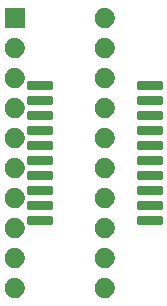
<source format=gbr>
G04 #@! TF.GenerationSoftware,KiCad,Pcbnew,(5.1.5)-3*
G04 #@! TF.CreationDate,2020-06-23T05:32:50-04:00*
G04 #@! TF.ProjectId,dip20soic,64697032-3073-46f6-9963-2e6b69636164,rev?*
G04 #@! TF.SameCoordinates,Original*
G04 #@! TF.FileFunction,Soldermask,Top*
G04 #@! TF.FilePolarity,Negative*
%FSLAX46Y46*%
G04 Gerber Fmt 4.6, Leading zero omitted, Abs format (unit mm)*
G04 Created by KiCad (PCBNEW (5.1.5)-3) date 2020-06-23 05:32:50*
%MOMM*%
%LPD*%
G04 APERTURE LIST*
%ADD10C,0.100000*%
G04 APERTURE END LIST*
D10*
G36*
X114548228Y-93161703D02*
G01*
X114703100Y-93225853D01*
X114842481Y-93318985D01*
X114961015Y-93437519D01*
X115054147Y-93576900D01*
X115118297Y-93731772D01*
X115151000Y-93896184D01*
X115151000Y-94063816D01*
X115118297Y-94228228D01*
X115054147Y-94383100D01*
X114961015Y-94522481D01*
X114842481Y-94641015D01*
X114703100Y-94734147D01*
X114548228Y-94798297D01*
X114383816Y-94831000D01*
X114216184Y-94831000D01*
X114051772Y-94798297D01*
X113896900Y-94734147D01*
X113757519Y-94641015D01*
X113638985Y-94522481D01*
X113545853Y-94383100D01*
X113481703Y-94228228D01*
X113449000Y-94063816D01*
X113449000Y-93896184D01*
X113481703Y-93731772D01*
X113545853Y-93576900D01*
X113638985Y-93437519D01*
X113757519Y-93318985D01*
X113896900Y-93225853D01*
X114051772Y-93161703D01*
X114216184Y-93129000D01*
X114383816Y-93129000D01*
X114548228Y-93161703D01*
G37*
G36*
X106928228Y-93161703D02*
G01*
X107083100Y-93225853D01*
X107222481Y-93318985D01*
X107341015Y-93437519D01*
X107434147Y-93576900D01*
X107498297Y-93731772D01*
X107531000Y-93896184D01*
X107531000Y-94063816D01*
X107498297Y-94228228D01*
X107434147Y-94383100D01*
X107341015Y-94522481D01*
X107222481Y-94641015D01*
X107083100Y-94734147D01*
X106928228Y-94798297D01*
X106763816Y-94831000D01*
X106596184Y-94831000D01*
X106431772Y-94798297D01*
X106276900Y-94734147D01*
X106137519Y-94641015D01*
X106018985Y-94522481D01*
X105925853Y-94383100D01*
X105861703Y-94228228D01*
X105829000Y-94063816D01*
X105829000Y-93896184D01*
X105861703Y-93731772D01*
X105925853Y-93576900D01*
X106018985Y-93437519D01*
X106137519Y-93318985D01*
X106276900Y-93225853D01*
X106431772Y-93161703D01*
X106596184Y-93129000D01*
X106763816Y-93129000D01*
X106928228Y-93161703D01*
G37*
G36*
X106928228Y-90621703D02*
G01*
X107083100Y-90685853D01*
X107222481Y-90778985D01*
X107341015Y-90897519D01*
X107434147Y-91036900D01*
X107498297Y-91191772D01*
X107531000Y-91356184D01*
X107531000Y-91523816D01*
X107498297Y-91688228D01*
X107434147Y-91843100D01*
X107341015Y-91982481D01*
X107222481Y-92101015D01*
X107083100Y-92194147D01*
X106928228Y-92258297D01*
X106763816Y-92291000D01*
X106596184Y-92291000D01*
X106431772Y-92258297D01*
X106276900Y-92194147D01*
X106137519Y-92101015D01*
X106018985Y-91982481D01*
X105925853Y-91843100D01*
X105861703Y-91688228D01*
X105829000Y-91523816D01*
X105829000Y-91356184D01*
X105861703Y-91191772D01*
X105925853Y-91036900D01*
X106018985Y-90897519D01*
X106137519Y-90778985D01*
X106276900Y-90685853D01*
X106431772Y-90621703D01*
X106596184Y-90589000D01*
X106763816Y-90589000D01*
X106928228Y-90621703D01*
G37*
G36*
X114548228Y-90621703D02*
G01*
X114703100Y-90685853D01*
X114842481Y-90778985D01*
X114961015Y-90897519D01*
X115054147Y-91036900D01*
X115118297Y-91191772D01*
X115151000Y-91356184D01*
X115151000Y-91523816D01*
X115118297Y-91688228D01*
X115054147Y-91843100D01*
X114961015Y-91982481D01*
X114842481Y-92101015D01*
X114703100Y-92194147D01*
X114548228Y-92258297D01*
X114383816Y-92291000D01*
X114216184Y-92291000D01*
X114051772Y-92258297D01*
X113896900Y-92194147D01*
X113757519Y-92101015D01*
X113638985Y-91982481D01*
X113545853Y-91843100D01*
X113481703Y-91688228D01*
X113449000Y-91523816D01*
X113449000Y-91356184D01*
X113481703Y-91191772D01*
X113545853Y-91036900D01*
X113638985Y-90897519D01*
X113757519Y-90778985D01*
X113896900Y-90685853D01*
X114051772Y-90621703D01*
X114216184Y-90589000D01*
X114383816Y-90589000D01*
X114548228Y-90621703D01*
G37*
G36*
X106928228Y-88081703D02*
G01*
X107083100Y-88145853D01*
X107222481Y-88238985D01*
X107341015Y-88357519D01*
X107434147Y-88496900D01*
X107498297Y-88651772D01*
X107531000Y-88816184D01*
X107531000Y-88983816D01*
X107498297Y-89148228D01*
X107434147Y-89303100D01*
X107341015Y-89442481D01*
X107222481Y-89561015D01*
X107083100Y-89654147D01*
X106928228Y-89718297D01*
X106763816Y-89751000D01*
X106596184Y-89751000D01*
X106431772Y-89718297D01*
X106276900Y-89654147D01*
X106137519Y-89561015D01*
X106018985Y-89442481D01*
X105925853Y-89303100D01*
X105861703Y-89148228D01*
X105829000Y-88983816D01*
X105829000Y-88816184D01*
X105861703Y-88651772D01*
X105925853Y-88496900D01*
X106018985Y-88357519D01*
X106137519Y-88238985D01*
X106276900Y-88145853D01*
X106431772Y-88081703D01*
X106596184Y-88049000D01*
X106763816Y-88049000D01*
X106928228Y-88081703D01*
G37*
G36*
X114548228Y-88081703D02*
G01*
X114703100Y-88145853D01*
X114842481Y-88238985D01*
X114961015Y-88357519D01*
X115054147Y-88496900D01*
X115118297Y-88651772D01*
X115151000Y-88816184D01*
X115151000Y-88983816D01*
X115118297Y-89148228D01*
X115054147Y-89303100D01*
X114961015Y-89442481D01*
X114842481Y-89561015D01*
X114703100Y-89654147D01*
X114548228Y-89718297D01*
X114383816Y-89751000D01*
X114216184Y-89751000D01*
X114051772Y-89718297D01*
X113896900Y-89654147D01*
X113757519Y-89561015D01*
X113638985Y-89442481D01*
X113545853Y-89303100D01*
X113481703Y-89148228D01*
X113449000Y-88983816D01*
X113449000Y-88816184D01*
X113481703Y-88651772D01*
X113545853Y-88496900D01*
X113638985Y-88357519D01*
X113757519Y-88238985D01*
X113896900Y-88145853D01*
X114051772Y-88081703D01*
X114216184Y-88049000D01*
X114383816Y-88049000D01*
X114548228Y-88081703D01*
G37*
G36*
X119123928Y-87916764D02*
G01*
X119145009Y-87923160D01*
X119164445Y-87933548D01*
X119181476Y-87947524D01*
X119195452Y-87964555D01*
X119205840Y-87983991D01*
X119212236Y-88005072D01*
X119215000Y-88033140D01*
X119215000Y-88496860D01*
X119212236Y-88524928D01*
X119205840Y-88546009D01*
X119195452Y-88565445D01*
X119181476Y-88582476D01*
X119164445Y-88596452D01*
X119145009Y-88606840D01*
X119123928Y-88613236D01*
X119095860Y-88616000D01*
X117182140Y-88616000D01*
X117154072Y-88613236D01*
X117132991Y-88606840D01*
X117113555Y-88596452D01*
X117096524Y-88582476D01*
X117082548Y-88565445D01*
X117072160Y-88546009D01*
X117065764Y-88524928D01*
X117063000Y-88496860D01*
X117063000Y-88033140D01*
X117065764Y-88005072D01*
X117072160Y-87983991D01*
X117082548Y-87964555D01*
X117096524Y-87947524D01*
X117113555Y-87933548D01*
X117132991Y-87923160D01*
X117154072Y-87916764D01*
X117182140Y-87914000D01*
X119095860Y-87914000D01*
X119123928Y-87916764D01*
G37*
G36*
X109823928Y-87916764D02*
G01*
X109845009Y-87923160D01*
X109864445Y-87933548D01*
X109881476Y-87947524D01*
X109895452Y-87964555D01*
X109905840Y-87983991D01*
X109912236Y-88005072D01*
X109915000Y-88033140D01*
X109915000Y-88496860D01*
X109912236Y-88524928D01*
X109905840Y-88546009D01*
X109895452Y-88565445D01*
X109881476Y-88582476D01*
X109864445Y-88596452D01*
X109845009Y-88606840D01*
X109823928Y-88613236D01*
X109795860Y-88616000D01*
X107882140Y-88616000D01*
X107854072Y-88613236D01*
X107832991Y-88606840D01*
X107813555Y-88596452D01*
X107796524Y-88582476D01*
X107782548Y-88565445D01*
X107772160Y-88546009D01*
X107765764Y-88524928D01*
X107763000Y-88496860D01*
X107763000Y-88033140D01*
X107765764Y-88005072D01*
X107772160Y-87983991D01*
X107782548Y-87964555D01*
X107796524Y-87947524D01*
X107813555Y-87933548D01*
X107832991Y-87923160D01*
X107854072Y-87916764D01*
X107882140Y-87914000D01*
X109795860Y-87914000D01*
X109823928Y-87916764D01*
G37*
G36*
X119123928Y-86646764D02*
G01*
X119145009Y-86653160D01*
X119164445Y-86663548D01*
X119181476Y-86677524D01*
X119195452Y-86694555D01*
X119205840Y-86713991D01*
X119212236Y-86735072D01*
X119215000Y-86763140D01*
X119215000Y-87226860D01*
X119212236Y-87254928D01*
X119205840Y-87276009D01*
X119195452Y-87295445D01*
X119181476Y-87312476D01*
X119164445Y-87326452D01*
X119145009Y-87336840D01*
X119123928Y-87343236D01*
X119095860Y-87346000D01*
X117182140Y-87346000D01*
X117154072Y-87343236D01*
X117132991Y-87336840D01*
X117113555Y-87326452D01*
X117096524Y-87312476D01*
X117082548Y-87295445D01*
X117072160Y-87276009D01*
X117065764Y-87254928D01*
X117063000Y-87226860D01*
X117063000Y-86763140D01*
X117065764Y-86735072D01*
X117072160Y-86713991D01*
X117082548Y-86694555D01*
X117096524Y-86677524D01*
X117113555Y-86663548D01*
X117132991Y-86653160D01*
X117154072Y-86646764D01*
X117182140Y-86644000D01*
X119095860Y-86644000D01*
X119123928Y-86646764D01*
G37*
G36*
X109823928Y-86646764D02*
G01*
X109845009Y-86653160D01*
X109864445Y-86663548D01*
X109881476Y-86677524D01*
X109895452Y-86694555D01*
X109905840Y-86713991D01*
X109912236Y-86735072D01*
X109915000Y-86763140D01*
X109915000Y-87226860D01*
X109912236Y-87254928D01*
X109905840Y-87276009D01*
X109895452Y-87295445D01*
X109881476Y-87312476D01*
X109864445Y-87326452D01*
X109845009Y-87336840D01*
X109823928Y-87343236D01*
X109795860Y-87346000D01*
X107882140Y-87346000D01*
X107854072Y-87343236D01*
X107832991Y-87336840D01*
X107813555Y-87326452D01*
X107796524Y-87312476D01*
X107782548Y-87295445D01*
X107772160Y-87276009D01*
X107765764Y-87254928D01*
X107763000Y-87226860D01*
X107763000Y-86763140D01*
X107765764Y-86735072D01*
X107772160Y-86713991D01*
X107782548Y-86694555D01*
X107796524Y-86677524D01*
X107813555Y-86663548D01*
X107832991Y-86653160D01*
X107854072Y-86646764D01*
X107882140Y-86644000D01*
X109795860Y-86644000D01*
X109823928Y-86646764D01*
G37*
G36*
X114548228Y-85541703D02*
G01*
X114703100Y-85605853D01*
X114842481Y-85698985D01*
X114961015Y-85817519D01*
X115054147Y-85956900D01*
X115118297Y-86111772D01*
X115151000Y-86276184D01*
X115151000Y-86443816D01*
X115118297Y-86608228D01*
X115054147Y-86763100D01*
X114961015Y-86902481D01*
X114842481Y-87021015D01*
X114703100Y-87114147D01*
X114548228Y-87178297D01*
X114383816Y-87211000D01*
X114216184Y-87211000D01*
X114051772Y-87178297D01*
X113896900Y-87114147D01*
X113757519Y-87021015D01*
X113638985Y-86902481D01*
X113545853Y-86763100D01*
X113481703Y-86608228D01*
X113449000Y-86443816D01*
X113449000Y-86276184D01*
X113481703Y-86111772D01*
X113545853Y-85956900D01*
X113638985Y-85817519D01*
X113757519Y-85698985D01*
X113896900Y-85605853D01*
X114051772Y-85541703D01*
X114216184Y-85509000D01*
X114383816Y-85509000D01*
X114548228Y-85541703D01*
G37*
G36*
X106928228Y-85541703D02*
G01*
X107083100Y-85605853D01*
X107222481Y-85698985D01*
X107341015Y-85817519D01*
X107434147Y-85956900D01*
X107498297Y-86111772D01*
X107531000Y-86276184D01*
X107531000Y-86443816D01*
X107498297Y-86608228D01*
X107434147Y-86763100D01*
X107341015Y-86902481D01*
X107222481Y-87021015D01*
X107083100Y-87114147D01*
X106928228Y-87178297D01*
X106763816Y-87211000D01*
X106596184Y-87211000D01*
X106431772Y-87178297D01*
X106276900Y-87114147D01*
X106137519Y-87021015D01*
X106018985Y-86902481D01*
X105925853Y-86763100D01*
X105861703Y-86608228D01*
X105829000Y-86443816D01*
X105829000Y-86276184D01*
X105861703Y-86111772D01*
X105925853Y-85956900D01*
X106018985Y-85817519D01*
X106137519Y-85698985D01*
X106276900Y-85605853D01*
X106431772Y-85541703D01*
X106596184Y-85509000D01*
X106763816Y-85509000D01*
X106928228Y-85541703D01*
G37*
G36*
X109823928Y-85376764D02*
G01*
X109845009Y-85383160D01*
X109864445Y-85393548D01*
X109881476Y-85407524D01*
X109895452Y-85424555D01*
X109905840Y-85443991D01*
X109912236Y-85465072D01*
X109915000Y-85493140D01*
X109915000Y-85956860D01*
X109912236Y-85984928D01*
X109905840Y-86006009D01*
X109895452Y-86025445D01*
X109881476Y-86042476D01*
X109864445Y-86056452D01*
X109845009Y-86066840D01*
X109823928Y-86073236D01*
X109795860Y-86076000D01*
X107882140Y-86076000D01*
X107854072Y-86073236D01*
X107832991Y-86066840D01*
X107813555Y-86056452D01*
X107796524Y-86042476D01*
X107782548Y-86025445D01*
X107772160Y-86006009D01*
X107765764Y-85984928D01*
X107763000Y-85956860D01*
X107763000Y-85493140D01*
X107765764Y-85465072D01*
X107772160Y-85443991D01*
X107782548Y-85424555D01*
X107796524Y-85407524D01*
X107813555Y-85393548D01*
X107832991Y-85383160D01*
X107854072Y-85376764D01*
X107882140Y-85374000D01*
X109795860Y-85374000D01*
X109823928Y-85376764D01*
G37*
G36*
X119123928Y-85376764D02*
G01*
X119145009Y-85383160D01*
X119164445Y-85393548D01*
X119181476Y-85407524D01*
X119195452Y-85424555D01*
X119205840Y-85443991D01*
X119212236Y-85465072D01*
X119215000Y-85493140D01*
X119215000Y-85956860D01*
X119212236Y-85984928D01*
X119205840Y-86006009D01*
X119195452Y-86025445D01*
X119181476Y-86042476D01*
X119164445Y-86056452D01*
X119145009Y-86066840D01*
X119123928Y-86073236D01*
X119095860Y-86076000D01*
X117182140Y-86076000D01*
X117154072Y-86073236D01*
X117132991Y-86066840D01*
X117113555Y-86056452D01*
X117096524Y-86042476D01*
X117082548Y-86025445D01*
X117072160Y-86006009D01*
X117065764Y-85984928D01*
X117063000Y-85956860D01*
X117063000Y-85493140D01*
X117065764Y-85465072D01*
X117072160Y-85443991D01*
X117082548Y-85424555D01*
X117096524Y-85407524D01*
X117113555Y-85393548D01*
X117132991Y-85383160D01*
X117154072Y-85376764D01*
X117182140Y-85374000D01*
X119095860Y-85374000D01*
X119123928Y-85376764D01*
G37*
G36*
X109823928Y-84106764D02*
G01*
X109845009Y-84113160D01*
X109864445Y-84123548D01*
X109881476Y-84137524D01*
X109895452Y-84154555D01*
X109905840Y-84173991D01*
X109912236Y-84195072D01*
X109915000Y-84223140D01*
X109915000Y-84686860D01*
X109912236Y-84714928D01*
X109905840Y-84736009D01*
X109895452Y-84755445D01*
X109881476Y-84772476D01*
X109864445Y-84786452D01*
X109845009Y-84796840D01*
X109823928Y-84803236D01*
X109795860Y-84806000D01*
X107882140Y-84806000D01*
X107854072Y-84803236D01*
X107832991Y-84796840D01*
X107813555Y-84786452D01*
X107796524Y-84772476D01*
X107782548Y-84755445D01*
X107772160Y-84736009D01*
X107765764Y-84714928D01*
X107763000Y-84686860D01*
X107763000Y-84223140D01*
X107765764Y-84195072D01*
X107772160Y-84173991D01*
X107782548Y-84154555D01*
X107796524Y-84137524D01*
X107813555Y-84123548D01*
X107832991Y-84113160D01*
X107854072Y-84106764D01*
X107882140Y-84104000D01*
X109795860Y-84104000D01*
X109823928Y-84106764D01*
G37*
G36*
X119123928Y-84106764D02*
G01*
X119145009Y-84113160D01*
X119164445Y-84123548D01*
X119181476Y-84137524D01*
X119195452Y-84154555D01*
X119205840Y-84173991D01*
X119212236Y-84195072D01*
X119215000Y-84223140D01*
X119215000Y-84686860D01*
X119212236Y-84714928D01*
X119205840Y-84736009D01*
X119195452Y-84755445D01*
X119181476Y-84772476D01*
X119164445Y-84786452D01*
X119145009Y-84796840D01*
X119123928Y-84803236D01*
X119095860Y-84806000D01*
X117182140Y-84806000D01*
X117154072Y-84803236D01*
X117132991Y-84796840D01*
X117113555Y-84786452D01*
X117096524Y-84772476D01*
X117082548Y-84755445D01*
X117072160Y-84736009D01*
X117065764Y-84714928D01*
X117063000Y-84686860D01*
X117063000Y-84223140D01*
X117065764Y-84195072D01*
X117072160Y-84173991D01*
X117082548Y-84154555D01*
X117096524Y-84137524D01*
X117113555Y-84123548D01*
X117132991Y-84113160D01*
X117154072Y-84106764D01*
X117182140Y-84104000D01*
X119095860Y-84104000D01*
X119123928Y-84106764D01*
G37*
G36*
X114548228Y-83001703D02*
G01*
X114703100Y-83065853D01*
X114842481Y-83158985D01*
X114961015Y-83277519D01*
X115054147Y-83416900D01*
X115118297Y-83571772D01*
X115151000Y-83736184D01*
X115151000Y-83903816D01*
X115118297Y-84068228D01*
X115054147Y-84223100D01*
X114961015Y-84362481D01*
X114842481Y-84481015D01*
X114703100Y-84574147D01*
X114548228Y-84638297D01*
X114383816Y-84671000D01*
X114216184Y-84671000D01*
X114051772Y-84638297D01*
X113896900Y-84574147D01*
X113757519Y-84481015D01*
X113638985Y-84362481D01*
X113545853Y-84223100D01*
X113481703Y-84068228D01*
X113449000Y-83903816D01*
X113449000Y-83736184D01*
X113481703Y-83571772D01*
X113545853Y-83416900D01*
X113638985Y-83277519D01*
X113757519Y-83158985D01*
X113896900Y-83065853D01*
X114051772Y-83001703D01*
X114216184Y-82969000D01*
X114383816Y-82969000D01*
X114548228Y-83001703D01*
G37*
G36*
X106928228Y-83001703D02*
G01*
X107083100Y-83065853D01*
X107222481Y-83158985D01*
X107341015Y-83277519D01*
X107434147Y-83416900D01*
X107498297Y-83571772D01*
X107531000Y-83736184D01*
X107531000Y-83903816D01*
X107498297Y-84068228D01*
X107434147Y-84223100D01*
X107341015Y-84362481D01*
X107222481Y-84481015D01*
X107083100Y-84574147D01*
X106928228Y-84638297D01*
X106763816Y-84671000D01*
X106596184Y-84671000D01*
X106431772Y-84638297D01*
X106276900Y-84574147D01*
X106137519Y-84481015D01*
X106018985Y-84362481D01*
X105925853Y-84223100D01*
X105861703Y-84068228D01*
X105829000Y-83903816D01*
X105829000Y-83736184D01*
X105861703Y-83571772D01*
X105925853Y-83416900D01*
X106018985Y-83277519D01*
X106137519Y-83158985D01*
X106276900Y-83065853D01*
X106431772Y-83001703D01*
X106596184Y-82969000D01*
X106763816Y-82969000D01*
X106928228Y-83001703D01*
G37*
G36*
X109823928Y-82836764D02*
G01*
X109845009Y-82843160D01*
X109864445Y-82853548D01*
X109881476Y-82867524D01*
X109895452Y-82884555D01*
X109905840Y-82903991D01*
X109912236Y-82925072D01*
X109915000Y-82953140D01*
X109915000Y-83416860D01*
X109912236Y-83444928D01*
X109905840Y-83466009D01*
X109895452Y-83485445D01*
X109881476Y-83502476D01*
X109864445Y-83516452D01*
X109845009Y-83526840D01*
X109823928Y-83533236D01*
X109795860Y-83536000D01*
X107882140Y-83536000D01*
X107854072Y-83533236D01*
X107832991Y-83526840D01*
X107813555Y-83516452D01*
X107796524Y-83502476D01*
X107782548Y-83485445D01*
X107772160Y-83466009D01*
X107765764Y-83444928D01*
X107763000Y-83416860D01*
X107763000Y-82953140D01*
X107765764Y-82925072D01*
X107772160Y-82903991D01*
X107782548Y-82884555D01*
X107796524Y-82867524D01*
X107813555Y-82853548D01*
X107832991Y-82843160D01*
X107854072Y-82836764D01*
X107882140Y-82834000D01*
X109795860Y-82834000D01*
X109823928Y-82836764D01*
G37*
G36*
X119123928Y-82836764D02*
G01*
X119145009Y-82843160D01*
X119164445Y-82853548D01*
X119181476Y-82867524D01*
X119195452Y-82884555D01*
X119205840Y-82903991D01*
X119212236Y-82925072D01*
X119215000Y-82953140D01*
X119215000Y-83416860D01*
X119212236Y-83444928D01*
X119205840Y-83466009D01*
X119195452Y-83485445D01*
X119181476Y-83502476D01*
X119164445Y-83516452D01*
X119145009Y-83526840D01*
X119123928Y-83533236D01*
X119095860Y-83536000D01*
X117182140Y-83536000D01*
X117154072Y-83533236D01*
X117132991Y-83526840D01*
X117113555Y-83516452D01*
X117096524Y-83502476D01*
X117082548Y-83485445D01*
X117072160Y-83466009D01*
X117065764Y-83444928D01*
X117063000Y-83416860D01*
X117063000Y-82953140D01*
X117065764Y-82925072D01*
X117072160Y-82903991D01*
X117082548Y-82884555D01*
X117096524Y-82867524D01*
X117113555Y-82853548D01*
X117132991Y-82843160D01*
X117154072Y-82836764D01*
X117182140Y-82834000D01*
X119095860Y-82834000D01*
X119123928Y-82836764D01*
G37*
G36*
X109823928Y-81566764D02*
G01*
X109845009Y-81573160D01*
X109864445Y-81583548D01*
X109881476Y-81597524D01*
X109895452Y-81614555D01*
X109905840Y-81633991D01*
X109912236Y-81655072D01*
X109915000Y-81683140D01*
X109915000Y-82146860D01*
X109912236Y-82174928D01*
X109905840Y-82196009D01*
X109895452Y-82215445D01*
X109881476Y-82232476D01*
X109864445Y-82246452D01*
X109845009Y-82256840D01*
X109823928Y-82263236D01*
X109795860Y-82266000D01*
X107882140Y-82266000D01*
X107854072Y-82263236D01*
X107832991Y-82256840D01*
X107813555Y-82246452D01*
X107796524Y-82232476D01*
X107782548Y-82215445D01*
X107772160Y-82196009D01*
X107765764Y-82174928D01*
X107763000Y-82146860D01*
X107763000Y-81683140D01*
X107765764Y-81655072D01*
X107772160Y-81633991D01*
X107782548Y-81614555D01*
X107796524Y-81597524D01*
X107813555Y-81583548D01*
X107832991Y-81573160D01*
X107854072Y-81566764D01*
X107882140Y-81564000D01*
X109795860Y-81564000D01*
X109823928Y-81566764D01*
G37*
G36*
X119123928Y-81566764D02*
G01*
X119145009Y-81573160D01*
X119164445Y-81583548D01*
X119181476Y-81597524D01*
X119195452Y-81614555D01*
X119205840Y-81633991D01*
X119212236Y-81655072D01*
X119215000Y-81683140D01*
X119215000Y-82146860D01*
X119212236Y-82174928D01*
X119205840Y-82196009D01*
X119195452Y-82215445D01*
X119181476Y-82232476D01*
X119164445Y-82246452D01*
X119145009Y-82256840D01*
X119123928Y-82263236D01*
X119095860Y-82266000D01*
X117182140Y-82266000D01*
X117154072Y-82263236D01*
X117132991Y-82256840D01*
X117113555Y-82246452D01*
X117096524Y-82232476D01*
X117082548Y-82215445D01*
X117072160Y-82196009D01*
X117065764Y-82174928D01*
X117063000Y-82146860D01*
X117063000Y-81683140D01*
X117065764Y-81655072D01*
X117072160Y-81633991D01*
X117082548Y-81614555D01*
X117096524Y-81597524D01*
X117113555Y-81583548D01*
X117132991Y-81573160D01*
X117154072Y-81566764D01*
X117182140Y-81564000D01*
X119095860Y-81564000D01*
X119123928Y-81566764D01*
G37*
G36*
X114548228Y-80461703D02*
G01*
X114703100Y-80525853D01*
X114842481Y-80618985D01*
X114961015Y-80737519D01*
X115054147Y-80876900D01*
X115118297Y-81031772D01*
X115151000Y-81196184D01*
X115151000Y-81363816D01*
X115118297Y-81528228D01*
X115054147Y-81683100D01*
X114961015Y-81822481D01*
X114842481Y-81941015D01*
X114703100Y-82034147D01*
X114548228Y-82098297D01*
X114383816Y-82131000D01*
X114216184Y-82131000D01*
X114051772Y-82098297D01*
X113896900Y-82034147D01*
X113757519Y-81941015D01*
X113638985Y-81822481D01*
X113545853Y-81683100D01*
X113481703Y-81528228D01*
X113449000Y-81363816D01*
X113449000Y-81196184D01*
X113481703Y-81031772D01*
X113545853Y-80876900D01*
X113638985Y-80737519D01*
X113757519Y-80618985D01*
X113896900Y-80525853D01*
X114051772Y-80461703D01*
X114216184Y-80429000D01*
X114383816Y-80429000D01*
X114548228Y-80461703D01*
G37*
G36*
X106928228Y-80461703D02*
G01*
X107083100Y-80525853D01*
X107222481Y-80618985D01*
X107341015Y-80737519D01*
X107434147Y-80876900D01*
X107498297Y-81031772D01*
X107531000Y-81196184D01*
X107531000Y-81363816D01*
X107498297Y-81528228D01*
X107434147Y-81683100D01*
X107341015Y-81822481D01*
X107222481Y-81941015D01*
X107083100Y-82034147D01*
X106928228Y-82098297D01*
X106763816Y-82131000D01*
X106596184Y-82131000D01*
X106431772Y-82098297D01*
X106276900Y-82034147D01*
X106137519Y-81941015D01*
X106018985Y-81822481D01*
X105925853Y-81683100D01*
X105861703Y-81528228D01*
X105829000Y-81363816D01*
X105829000Y-81196184D01*
X105861703Y-81031772D01*
X105925853Y-80876900D01*
X106018985Y-80737519D01*
X106137519Y-80618985D01*
X106276900Y-80525853D01*
X106431772Y-80461703D01*
X106596184Y-80429000D01*
X106763816Y-80429000D01*
X106928228Y-80461703D01*
G37*
G36*
X119123928Y-80296764D02*
G01*
X119145009Y-80303160D01*
X119164445Y-80313548D01*
X119181476Y-80327524D01*
X119195452Y-80344555D01*
X119205840Y-80363991D01*
X119212236Y-80385072D01*
X119215000Y-80413140D01*
X119215000Y-80876860D01*
X119212236Y-80904928D01*
X119205840Y-80926009D01*
X119195452Y-80945445D01*
X119181476Y-80962476D01*
X119164445Y-80976452D01*
X119145009Y-80986840D01*
X119123928Y-80993236D01*
X119095860Y-80996000D01*
X117182140Y-80996000D01*
X117154072Y-80993236D01*
X117132991Y-80986840D01*
X117113555Y-80976452D01*
X117096524Y-80962476D01*
X117082548Y-80945445D01*
X117072160Y-80926009D01*
X117065764Y-80904928D01*
X117063000Y-80876860D01*
X117063000Y-80413140D01*
X117065764Y-80385072D01*
X117072160Y-80363991D01*
X117082548Y-80344555D01*
X117096524Y-80327524D01*
X117113555Y-80313548D01*
X117132991Y-80303160D01*
X117154072Y-80296764D01*
X117182140Y-80294000D01*
X119095860Y-80294000D01*
X119123928Y-80296764D01*
G37*
G36*
X109823928Y-80296764D02*
G01*
X109845009Y-80303160D01*
X109864445Y-80313548D01*
X109881476Y-80327524D01*
X109895452Y-80344555D01*
X109905840Y-80363991D01*
X109912236Y-80385072D01*
X109915000Y-80413140D01*
X109915000Y-80876860D01*
X109912236Y-80904928D01*
X109905840Y-80926009D01*
X109895452Y-80945445D01*
X109881476Y-80962476D01*
X109864445Y-80976452D01*
X109845009Y-80986840D01*
X109823928Y-80993236D01*
X109795860Y-80996000D01*
X107882140Y-80996000D01*
X107854072Y-80993236D01*
X107832991Y-80986840D01*
X107813555Y-80976452D01*
X107796524Y-80962476D01*
X107782548Y-80945445D01*
X107772160Y-80926009D01*
X107765764Y-80904928D01*
X107763000Y-80876860D01*
X107763000Y-80413140D01*
X107765764Y-80385072D01*
X107772160Y-80363991D01*
X107782548Y-80344555D01*
X107796524Y-80327524D01*
X107813555Y-80313548D01*
X107832991Y-80303160D01*
X107854072Y-80296764D01*
X107882140Y-80294000D01*
X109795860Y-80294000D01*
X109823928Y-80296764D01*
G37*
G36*
X109823928Y-79026764D02*
G01*
X109845009Y-79033160D01*
X109864445Y-79043548D01*
X109881476Y-79057524D01*
X109895452Y-79074555D01*
X109905840Y-79093991D01*
X109912236Y-79115072D01*
X109915000Y-79143140D01*
X109915000Y-79606860D01*
X109912236Y-79634928D01*
X109905840Y-79656009D01*
X109895452Y-79675445D01*
X109881476Y-79692476D01*
X109864445Y-79706452D01*
X109845009Y-79716840D01*
X109823928Y-79723236D01*
X109795860Y-79726000D01*
X107882140Y-79726000D01*
X107854072Y-79723236D01*
X107832991Y-79716840D01*
X107813555Y-79706452D01*
X107796524Y-79692476D01*
X107782548Y-79675445D01*
X107772160Y-79656009D01*
X107765764Y-79634928D01*
X107763000Y-79606860D01*
X107763000Y-79143140D01*
X107765764Y-79115072D01*
X107772160Y-79093991D01*
X107782548Y-79074555D01*
X107796524Y-79057524D01*
X107813555Y-79043548D01*
X107832991Y-79033160D01*
X107854072Y-79026764D01*
X107882140Y-79024000D01*
X109795860Y-79024000D01*
X109823928Y-79026764D01*
G37*
G36*
X119123928Y-79026764D02*
G01*
X119145009Y-79033160D01*
X119164445Y-79043548D01*
X119181476Y-79057524D01*
X119195452Y-79074555D01*
X119205840Y-79093991D01*
X119212236Y-79115072D01*
X119215000Y-79143140D01*
X119215000Y-79606860D01*
X119212236Y-79634928D01*
X119205840Y-79656009D01*
X119195452Y-79675445D01*
X119181476Y-79692476D01*
X119164445Y-79706452D01*
X119145009Y-79716840D01*
X119123928Y-79723236D01*
X119095860Y-79726000D01*
X117182140Y-79726000D01*
X117154072Y-79723236D01*
X117132991Y-79716840D01*
X117113555Y-79706452D01*
X117096524Y-79692476D01*
X117082548Y-79675445D01*
X117072160Y-79656009D01*
X117065764Y-79634928D01*
X117063000Y-79606860D01*
X117063000Y-79143140D01*
X117065764Y-79115072D01*
X117072160Y-79093991D01*
X117082548Y-79074555D01*
X117096524Y-79057524D01*
X117113555Y-79043548D01*
X117132991Y-79033160D01*
X117154072Y-79026764D01*
X117182140Y-79024000D01*
X119095860Y-79024000D01*
X119123928Y-79026764D01*
G37*
G36*
X114548228Y-77921703D02*
G01*
X114703100Y-77985853D01*
X114842481Y-78078985D01*
X114961015Y-78197519D01*
X115054147Y-78336900D01*
X115118297Y-78491772D01*
X115151000Y-78656184D01*
X115151000Y-78823816D01*
X115118297Y-78988228D01*
X115054147Y-79143100D01*
X114961015Y-79282481D01*
X114842481Y-79401015D01*
X114703100Y-79494147D01*
X114548228Y-79558297D01*
X114383816Y-79591000D01*
X114216184Y-79591000D01*
X114051772Y-79558297D01*
X113896900Y-79494147D01*
X113757519Y-79401015D01*
X113638985Y-79282481D01*
X113545853Y-79143100D01*
X113481703Y-78988228D01*
X113449000Y-78823816D01*
X113449000Y-78656184D01*
X113481703Y-78491772D01*
X113545853Y-78336900D01*
X113638985Y-78197519D01*
X113757519Y-78078985D01*
X113896900Y-77985853D01*
X114051772Y-77921703D01*
X114216184Y-77889000D01*
X114383816Y-77889000D01*
X114548228Y-77921703D01*
G37*
G36*
X106928228Y-77921703D02*
G01*
X107083100Y-77985853D01*
X107222481Y-78078985D01*
X107341015Y-78197519D01*
X107434147Y-78336900D01*
X107498297Y-78491772D01*
X107531000Y-78656184D01*
X107531000Y-78823816D01*
X107498297Y-78988228D01*
X107434147Y-79143100D01*
X107341015Y-79282481D01*
X107222481Y-79401015D01*
X107083100Y-79494147D01*
X106928228Y-79558297D01*
X106763816Y-79591000D01*
X106596184Y-79591000D01*
X106431772Y-79558297D01*
X106276900Y-79494147D01*
X106137519Y-79401015D01*
X106018985Y-79282481D01*
X105925853Y-79143100D01*
X105861703Y-78988228D01*
X105829000Y-78823816D01*
X105829000Y-78656184D01*
X105861703Y-78491772D01*
X105925853Y-78336900D01*
X106018985Y-78197519D01*
X106137519Y-78078985D01*
X106276900Y-77985853D01*
X106431772Y-77921703D01*
X106596184Y-77889000D01*
X106763816Y-77889000D01*
X106928228Y-77921703D01*
G37*
G36*
X119123928Y-77756764D02*
G01*
X119145009Y-77763160D01*
X119164445Y-77773548D01*
X119181476Y-77787524D01*
X119195452Y-77804555D01*
X119205840Y-77823991D01*
X119212236Y-77845072D01*
X119215000Y-77873140D01*
X119215000Y-78336860D01*
X119212236Y-78364928D01*
X119205840Y-78386009D01*
X119195452Y-78405445D01*
X119181476Y-78422476D01*
X119164445Y-78436452D01*
X119145009Y-78446840D01*
X119123928Y-78453236D01*
X119095860Y-78456000D01*
X117182140Y-78456000D01*
X117154072Y-78453236D01*
X117132991Y-78446840D01*
X117113555Y-78436452D01*
X117096524Y-78422476D01*
X117082548Y-78405445D01*
X117072160Y-78386009D01*
X117065764Y-78364928D01*
X117063000Y-78336860D01*
X117063000Y-77873140D01*
X117065764Y-77845072D01*
X117072160Y-77823991D01*
X117082548Y-77804555D01*
X117096524Y-77787524D01*
X117113555Y-77773548D01*
X117132991Y-77763160D01*
X117154072Y-77756764D01*
X117182140Y-77754000D01*
X119095860Y-77754000D01*
X119123928Y-77756764D01*
G37*
G36*
X109823928Y-77756764D02*
G01*
X109845009Y-77763160D01*
X109864445Y-77773548D01*
X109881476Y-77787524D01*
X109895452Y-77804555D01*
X109905840Y-77823991D01*
X109912236Y-77845072D01*
X109915000Y-77873140D01*
X109915000Y-78336860D01*
X109912236Y-78364928D01*
X109905840Y-78386009D01*
X109895452Y-78405445D01*
X109881476Y-78422476D01*
X109864445Y-78436452D01*
X109845009Y-78446840D01*
X109823928Y-78453236D01*
X109795860Y-78456000D01*
X107882140Y-78456000D01*
X107854072Y-78453236D01*
X107832991Y-78446840D01*
X107813555Y-78436452D01*
X107796524Y-78422476D01*
X107782548Y-78405445D01*
X107772160Y-78386009D01*
X107765764Y-78364928D01*
X107763000Y-78336860D01*
X107763000Y-77873140D01*
X107765764Y-77845072D01*
X107772160Y-77823991D01*
X107782548Y-77804555D01*
X107796524Y-77787524D01*
X107813555Y-77773548D01*
X107832991Y-77763160D01*
X107854072Y-77756764D01*
X107882140Y-77754000D01*
X109795860Y-77754000D01*
X109823928Y-77756764D01*
G37*
G36*
X119123928Y-76486764D02*
G01*
X119145009Y-76493160D01*
X119164445Y-76503548D01*
X119181476Y-76517524D01*
X119195452Y-76534555D01*
X119205840Y-76553991D01*
X119212236Y-76575072D01*
X119215000Y-76603140D01*
X119215000Y-77066860D01*
X119212236Y-77094928D01*
X119205840Y-77116009D01*
X119195452Y-77135445D01*
X119181476Y-77152476D01*
X119164445Y-77166452D01*
X119145009Y-77176840D01*
X119123928Y-77183236D01*
X119095860Y-77186000D01*
X117182140Y-77186000D01*
X117154072Y-77183236D01*
X117132991Y-77176840D01*
X117113555Y-77166452D01*
X117096524Y-77152476D01*
X117082548Y-77135445D01*
X117072160Y-77116009D01*
X117065764Y-77094928D01*
X117063000Y-77066860D01*
X117063000Y-76603140D01*
X117065764Y-76575072D01*
X117072160Y-76553991D01*
X117082548Y-76534555D01*
X117096524Y-76517524D01*
X117113555Y-76503548D01*
X117132991Y-76493160D01*
X117154072Y-76486764D01*
X117182140Y-76484000D01*
X119095860Y-76484000D01*
X119123928Y-76486764D01*
G37*
G36*
X109823928Y-76486764D02*
G01*
X109845009Y-76493160D01*
X109864445Y-76503548D01*
X109881476Y-76517524D01*
X109895452Y-76534555D01*
X109905840Y-76553991D01*
X109912236Y-76575072D01*
X109915000Y-76603140D01*
X109915000Y-77066860D01*
X109912236Y-77094928D01*
X109905840Y-77116009D01*
X109895452Y-77135445D01*
X109881476Y-77152476D01*
X109864445Y-77166452D01*
X109845009Y-77176840D01*
X109823928Y-77183236D01*
X109795860Y-77186000D01*
X107882140Y-77186000D01*
X107854072Y-77183236D01*
X107832991Y-77176840D01*
X107813555Y-77166452D01*
X107796524Y-77152476D01*
X107782548Y-77135445D01*
X107772160Y-77116009D01*
X107765764Y-77094928D01*
X107763000Y-77066860D01*
X107763000Y-76603140D01*
X107765764Y-76575072D01*
X107772160Y-76553991D01*
X107782548Y-76534555D01*
X107796524Y-76517524D01*
X107813555Y-76503548D01*
X107832991Y-76493160D01*
X107854072Y-76486764D01*
X107882140Y-76484000D01*
X109795860Y-76484000D01*
X109823928Y-76486764D01*
G37*
G36*
X114548228Y-75381703D02*
G01*
X114703100Y-75445853D01*
X114842481Y-75538985D01*
X114961015Y-75657519D01*
X115054147Y-75796900D01*
X115118297Y-75951772D01*
X115151000Y-76116184D01*
X115151000Y-76283816D01*
X115118297Y-76448228D01*
X115054147Y-76603100D01*
X114961015Y-76742481D01*
X114842481Y-76861015D01*
X114703100Y-76954147D01*
X114548228Y-77018297D01*
X114383816Y-77051000D01*
X114216184Y-77051000D01*
X114051772Y-77018297D01*
X113896900Y-76954147D01*
X113757519Y-76861015D01*
X113638985Y-76742481D01*
X113545853Y-76603100D01*
X113481703Y-76448228D01*
X113449000Y-76283816D01*
X113449000Y-76116184D01*
X113481703Y-75951772D01*
X113545853Y-75796900D01*
X113638985Y-75657519D01*
X113757519Y-75538985D01*
X113896900Y-75445853D01*
X114051772Y-75381703D01*
X114216184Y-75349000D01*
X114383816Y-75349000D01*
X114548228Y-75381703D01*
G37*
G36*
X106928228Y-75381703D02*
G01*
X107083100Y-75445853D01*
X107222481Y-75538985D01*
X107341015Y-75657519D01*
X107434147Y-75796900D01*
X107498297Y-75951772D01*
X107531000Y-76116184D01*
X107531000Y-76283816D01*
X107498297Y-76448228D01*
X107434147Y-76603100D01*
X107341015Y-76742481D01*
X107222481Y-76861015D01*
X107083100Y-76954147D01*
X106928228Y-77018297D01*
X106763816Y-77051000D01*
X106596184Y-77051000D01*
X106431772Y-77018297D01*
X106276900Y-76954147D01*
X106137519Y-76861015D01*
X106018985Y-76742481D01*
X105925853Y-76603100D01*
X105861703Y-76448228D01*
X105829000Y-76283816D01*
X105829000Y-76116184D01*
X105861703Y-75951772D01*
X105925853Y-75796900D01*
X106018985Y-75657519D01*
X106137519Y-75538985D01*
X106276900Y-75445853D01*
X106431772Y-75381703D01*
X106596184Y-75349000D01*
X106763816Y-75349000D01*
X106928228Y-75381703D01*
G37*
G36*
X114548228Y-72841703D02*
G01*
X114703100Y-72905853D01*
X114842481Y-72998985D01*
X114961015Y-73117519D01*
X115054147Y-73256900D01*
X115118297Y-73411772D01*
X115151000Y-73576184D01*
X115151000Y-73743816D01*
X115118297Y-73908228D01*
X115054147Y-74063100D01*
X114961015Y-74202481D01*
X114842481Y-74321015D01*
X114703100Y-74414147D01*
X114548228Y-74478297D01*
X114383816Y-74511000D01*
X114216184Y-74511000D01*
X114051772Y-74478297D01*
X113896900Y-74414147D01*
X113757519Y-74321015D01*
X113638985Y-74202481D01*
X113545853Y-74063100D01*
X113481703Y-73908228D01*
X113449000Y-73743816D01*
X113449000Y-73576184D01*
X113481703Y-73411772D01*
X113545853Y-73256900D01*
X113638985Y-73117519D01*
X113757519Y-72998985D01*
X113896900Y-72905853D01*
X114051772Y-72841703D01*
X114216184Y-72809000D01*
X114383816Y-72809000D01*
X114548228Y-72841703D01*
G37*
G36*
X106928228Y-72841703D02*
G01*
X107083100Y-72905853D01*
X107222481Y-72998985D01*
X107341015Y-73117519D01*
X107434147Y-73256900D01*
X107498297Y-73411772D01*
X107531000Y-73576184D01*
X107531000Y-73743816D01*
X107498297Y-73908228D01*
X107434147Y-74063100D01*
X107341015Y-74202481D01*
X107222481Y-74321015D01*
X107083100Y-74414147D01*
X106928228Y-74478297D01*
X106763816Y-74511000D01*
X106596184Y-74511000D01*
X106431772Y-74478297D01*
X106276900Y-74414147D01*
X106137519Y-74321015D01*
X106018985Y-74202481D01*
X105925853Y-74063100D01*
X105861703Y-73908228D01*
X105829000Y-73743816D01*
X105829000Y-73576184D01*
X105861703Y-73411772D01*
X105925853Y-73256900D01*
X106018985Y-73117519D01*
X106137519Y-72998985D01*
X106276900Y-72905853D01*
X106431772Y-72841703D01*
X106596184Y-72809000D01*
X106763816Y-72809000D01*
X106928228Y-72841703D01*
G37*
G36*
X114548228Y-70301703D02*
G01*
X114703100Y-70365853D01*
X114842481Y-70458985D01*
X114961015Y-70577519D01*
X115054147Y-70716900D01*
X115118297Y-70871772D01*
X115151000Y-71036184D01*
X115151000Y-71203816D01*
X115118297Y-71368228D01*
X115054147Y-71523100D01*
X114961015Y-71662481D01*
X114842481Y-71781015D01*
X114703100Y-71874147D01*
X114548228Y-71938297D01*
X114383816Y-71971000D01*
X114216184Y-71971000D01*
X114051772Y-71938297D01*
X113896900Y-71874147D01*
X113757519Y-71781015D01*
X113638985Y-71662481D01*
X113545853Y-71523100D01*
X113481703Y-71368228D01*
X113449000Y-71203816D01*
X113449000Y-71036184D01*
X113481703Y-70871772D01*
X113545853Y-70716900D01*
X113638985Y-70577519D01*
X113757519Y-70458985D01*
X113896900Y-70365853D01*
X114051772Y-70301703D01*
X114216184Y-70269000D01*
X114383816Y-70269000D01*
X114548228Y-70301703D01*
G37*
G36*
X107531000Y-71971000D02*
G01*
X105829000Y-71971000D01*
X105829000Y-70269000D01*
X107531000Y-70269000D01*
X107531000Y-71971000D01*
G37*
M02*

</source>
